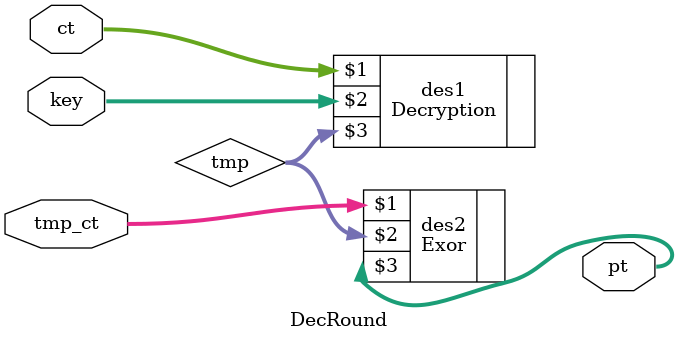
<source format=v>
`timescale 1ns / 1ps


module DecRound(ct,key,tmp_ct,pt);
input [0:127]ct,tmp_ct,key;
output [0:127]pt;

wire [0:127]tmp;
Decryption des1(ct,key,tmp);
Exor des2(tmp_ct,tmp,pt);













endmodule

</source>
